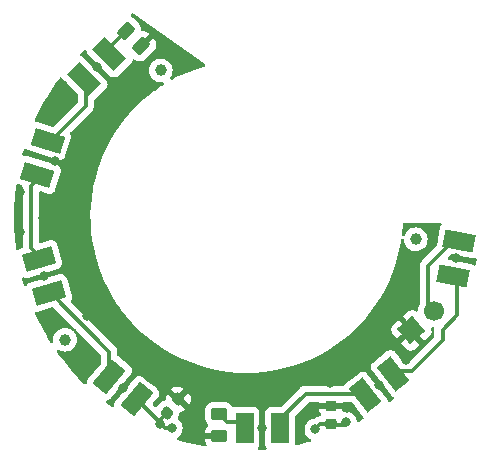
<source format=gbr>
G04 #@! TF.GenerationSoftware,KiCad,Pcbnew,7.0.2-6a45011f42~172~ubuntu22.04.1*
G04 #@! TF.CreationDate,2023-05-20T12:50:20-04:00*
G04 #@! TF.ProjectId,T36VAIllumination,54333656-4149-46c6-9c75-6d696e617469,1.3*
G04 #@! TF.SameCoordinates,Original*
G04 #@! TF.FileFunction,Copper,L1,Top*
G04 #@! TF.FilePolarity,Positive*
%FSLAX46Y46*%
G04 Gerber Fmt 4.6, Leading zero omitted, Abs format (unit mm)*
G04 Created by KiCad (PCBNEW 7.0.2-6a45011f42~172~ubuntu22.04.1) date 2023-05-20 12:50:20*
%MOMM*%
%LPD*%
G01*
G04 APERTURE LIST*
G04 Aperture macros list*
%AMRoundRect*
0 Rectangle with rounded corners*
0 $1 Rounding radius*
0 $2 $3 $4 $5 $6 $7 $8 $9 X,Y pos of 4 corners*
0 Add a 4 corners polygon primitive as box body*
4,1,4,$2,$3,$4,$5,$6,$7,$8,$9,$2,$3,0*
0 Add four circle primitives for the rounded corners*
1,1,$1+$1,$2,$3*
1,1,$1+$1,$4,$5*
1,1,$1+$1,$6,$7*
1,1,$1+$1,$8,$9*
0 Add four rect primitives between the rounded corners*
20,1,$1+$1,$2,$3,$4,$5,0*
20,1,$1+$1,$4,$5,$6,$7,0*
20,1,$1+$1,$6,$7,$8,$9,0*
20,1,$1+$1,$8,$9,$2,$3,0*%
%AMHorizOval*
0 Thick line with rounded ends*
0 $1 width*
0 $2 $3 position (X,Y) of the first rounded end (center of the circle)*
0 $4 $5 position (X,Y) of the second rounded end (center of the circle)*
0 Add line between two ends*
20,1,$1,$2,$3,$4,$5,0*
0 Add two circle primitives to create the rounded ends*
1,1,$1,$2,$3*
1,1,$1,$4,$5*%
%AMRotRect*
0 Rectangle, with rotation*
0 The origin of the aperture is its center*
0 $1 length*
0 $2 width*
0 $3 Rotation angle, in degrees counterclockwise*
0 Add horizontal line*
21,1,$1,$2,0,0,$3*%
G04 Aperture macros list end*
G04 #@! TA.AperFunction,ComponentPad*
%ADD10C,0.820000*%
G04 #@! TD*
G04 #@! TA.AperFunction,SMDPad,CuDef*
%ADD11RotRect,1.500000X2.600000X286.000000*%
G04 #@! TD*
G04 #@! TA.AperFunction,SMDPad,CuDef*
%ADD12RoundRect,0.225000X0.046884X-0.333057X0.336138X0.011663X-0.046884X0.333057X-0.336138X-0.011663X0*%
G04 #@! TD*
G04 #@! TA.AperFunction,SMDPad,CuDef*
%ADD13RotRect,1.500000X2.600000X38.000000*%
G04 #@! TD*
G04 #@! TA.AperFunction,SMDPad,CuDef*
%ADD14RoundRect,0.225000X0.250000X-0.225000X0.250000X0.225000X-0.250000X0.225000X-0.250000X-0.225000X0*%
G04 #@! TD*
G04 #@! TA.AperFunction,SMDPad,CuDef*
%ADD15RotRect,1.500000X2.600000X79.000000*%
G04 #@! TD*
G04 #@! TA.AperFunction,SMDPad,CuDef*
%ADD16RotRect,1.500000X2.600000X320.000000*%
G04 #@! TD*
G04 #@! TA.AperFunction,SMDPad,CuDef*
%ADD17RoundRect,0.250000X-0.450000X0.262500X-0.450000X-0.262500X0.450000X-0.262500X0.450000X0.262500X0*%
G04 #@! TD*
G04 #@! TA.AperFunction,SMDPad,CuDef*
%ADD18RotRect,1.500000X2.600000X225.000000*%
G04 #@! TD*
G04 #@! TA.AperFunction,SMDPad,CuDef*
%ADD19C,1.000000*%
G04 #@! TD*
G04 #@! TA.AperFunction,SMDPad,CuDef*
%ADD20R,1.500000X2.600000*%
G04 #@! TD*
G04 #@! TA.AperFunction,SMDPad,CuDef*
%ADD21RotRect,1.500000X2.600000X253.000000*%
G04 #@! TD*
G04 #@! TA.AperFunction,SMDPad,CuDef*
%ADD22RoundRect,0.250000X-0.503814X-0.132583X-0.132583X-0.503814X0.503814X0.132583X0.132583X0.503814X0*%
G04 #@! TD*
G04 #@! TA.AperFunction,ComponentPad*
%ADD23RotRect,1.700000X1.700000X310.000000*%
G04 #@! TD*
G04 #@! TA.AperFunction,ComponentPad*
%ADD24HorizOval,1.700000X0.000000X0.000000X0.000000X0.000000X0*%
G04 #@! TD*
G04 #@! TA.AperFunction,ViaPad*
%ADD25C,0.800000*%
G04 #@! TD*
G04 #@! TA.AperFunction,Conductor*
%ADD26C,0.350000*%
G04 #@! TD*
G04 #@! TA.AperFunction,Conductor*
%ADD27C,0.250000*%
G04 #@! TD*
G04 APERTURE END LIST*
D10*
G04 #@! TO.P,REF\u002A\u002A,1*
G04 #@! TO.N,GND*
X74275000Y-68240000D03*
G04 #@! TD*
G04 #@! TO.P,REF\u002A\u002A,1*
G04 #@! TO.N,GND*
X59775000Y-59040000D03*
G04 #@! TD*
G04 #@! TO.P,REF\u002A\u002A,1*
G04 #@! TO.N,GND*
X69025000Y-63290000D03*
G04 #@! TD*
G04 #@! TO.P,REF\u002A\u002A,1*
G04 #@! TO.N,GND*
X52475000Y-49640000D03*
G04 #@! TD*
G04 #@! TO.P,REF\u002A\u002A,1*
G04 #@! TO.N,GND*
X62675000Y-34840000D03*
G04 #@! TD*
G04 #@! TO.P,REF\u002A\u002A,1*
G04 #@! TO.N,GND*
X63775000Y-62040000D03*
G04 #@! TD*
G04 #@! TO.P,REF\u002A\u002A,1*
G04 #@! TO.N,GND*
X62775000Y-63940000D03*
G04 #@! TD*
G04 #@! TO.P,REF\u002A\u002A,1*
G04 #@! TO.N,GND*
X52575000Y-54540000D03*
G04 #@! TD*
D11*
G04 #@! TO.P,D2,1,K*
G04 #@! TO.N,Net-(D2-Pad1)*
X52161544Y-53098107D03*
G04 #@! TO.P,D2,2,A*
G04 #@! TO.N,Net-(D2-Pad2)*
X52988456Y-55981893D03*
G04 #@! TD*
D10*
G04 #@! TO.P,REF\u002A\u002A,1*
G04 #@! TO.N,GND*
X50575000Y-47440000D03*
G04 #@! TD*
D12*
G04 #@! TO.P,C1,1*
G04 #@! TO.N,VCC*
X62966840Y-66173684D03*
G04 #@! TO.P,C1,2*
G04 #@! TO.N,GND*
X63963160Y-64986316D03*
G04 #@! TD*
D13*
G04 #@! TO.P,D7,1,K*
G04 #@! TO.N,Net-(D6-Pad2)*
X79792984Y-64663492D03*
G04 #@! TO.P,D7,2,A*
G04 #@! TO.N,Net-(D1-Pad1)*
X82157016Y-62816508D03*
G04 #@! TD*
D10*
G04 #@! TO.P,REF\u002A\u002A,1*
G04 #@! TO.N,GND*
X57075000Y-36840000D03*
G04 #@! TD*
G04 #@! TO.P,REF\u002A\u002A,1*
G04 #@! TO.N,GND*
X50575000Y-50840000D03*
G04 #@! TD*
G04 #@! TO.P,REF\u002A\u002A,1*
G04 #@! TO.N,GND*
X57275000Y-55040000D03*
G04 #@! TD*
D14*
G04 #@! TO.P,C2,1*
G04 #@! TO.N,VCC*
X76875000Y-67115000D03*
G04 #@! TO.P,C2,2*
G04 #@! TO.N,GND*
X76875000Y-65565000D03*
G04 #@! TD*
D10*
G04 #@! TO.P,REF\u002A\u002A,1*
G04 #@! TO.N,GND*
X58275000Y-42040000D03*
G04 #@! TD*
G04 #@! TO.P,REF\u002A\u002A,1*
G04 #@! TO.N,GND*
X76825000Y-63640000D03*
G04 #@! TD*
G04 #@! TO.P,REF\u002A\u002A,1*
G04 #@! TO.N,GND*
X83275000Y-61640000D03*
G04 #@! TD*
G04 #@! TO.P,REF\u002A\u002A,1*
G04 #@! TO.N,GND*
X64785000Y-36440000D03*
G04 #@! TD*
G04 #@! TO.P,REF\u002A\u002A,1*
G04 #@! TO.N,GND*
X78275000Y-60290000D03*
G04 #@! TD*
G04 #@! TO.P,REF\u002A\u002A,1*
G04 #@! TO.N,GND*
X81525000Y-56540000D03*
G04 #@! TD*
D15*
G04 #@! TO.P,D1,1,K*
G04 #@! TO.N,Net-(D1-Pad1)*
X87188787Y-54512441D03*
G04 #@! TO.P,D1,2,A*
G04 #@! TO.N,VCC*
X87761213Y-51567559D03*
G04 #@! TD*
D10*
G04 #@! TO.P,REF\u002A\u002A,1*
G04 #@! TO.N,GND*
X80975000Y-63740000D03*
G04 #@! TD*
G04 #@! TO.P,REF\u002A\u002A,1*
G04 #@! TO.N,GND*
X60775000Y-39040000D03*
G04 #@! TD*
G04 #@! TO.P,REF\u002A\u002A,1*
G04 #@! TO.N,GND*
X56275000Y-57940000D03*
G04 #@! TD*
D16*
G04 #@! TO.P,D3,1,K*
G04 #@! TO.N,Net-(D2-Pad2)*
X58125933Y-63075819D03*
G04 #@! TO.P,D3,2,A*
G04 #@! TO.N,VCC*
X60424067Y-65004181D03*
G04 #@! TD*
D17*
G04 #@! TO.P,R2,1*
G04 #@! TO.N,Net-(D6-Pad1)*
X67415000Y-66267500D03*
G04 #@! TO.P,R2,2*
G04 #@! TO.N,GND*
X67415000Y-68092500D03*
G04 #@! TD*
D10*
G04 #@! TO.P,REF\u002A\u002A,1*
G04 #@! TO.N,GND*
X53525000Y-44840000D03*
G04 #@! TD*
G04 #@! TO.P,REF\u002A\u002A,1*
G04 #@! TO.N,GND*
X56025000Y-50040000D03*
G04 #@! TD*
G04 #@! TO.P,REF\u002A\u002A,1*
G04 #@! TO.N,GND*
X54175000Y-38340000D03*
G04 #@! TD*
G04 #@! TO.P,REF\u002A\u002A,1*
G04 #@! TO.N,GND*
X74025000Y-62540000D03*
G04 #@! TD*
G04 #@! TO.P,REF\u002A\u002A,1*
G04 #@! TO.N,GND*
X52675000Y-58140000D03*
G04 #@! TD*
G04 #@! TO.P,REF\u002A\u002A,1*
G04 #@! TO.N,GND*
X55275000Y-61840000D03*
G04 #@! TD*
D18*
G04 #@! TO.P,D4,1,K*
G04 #@! TO.N,Net-(D4-Pad1)*
X58135660Y-35779340D03*
G04 #@! TO.P,D4,2,A*
G04 #@! TO.N,Net-(D4-Pad2)*
X56014340Y-37900660D03*
G04 #@! TD*
D19*
G04 #@! TO.P,FID3,*
G04 #@! TO.N,*
X62475000Y-37140000D03*
G04 #@! TD*
G04 #@! TO.P,FID2,*
G04 #@! TO.N,*
X54375000Y-59940000D03*
G04 #@! TD*
D10*
G04 #@! TO.P,REF\u002A\u002A,1*
G04 #@! TO.N,GND*
X59275000Y-64040000D03*
G04 #@! TD*
G04 #@! TO.P,REF\u002A\u002A,1*
G04 #@! TO.N,GND*
X65565000Y-67410000D03*
G04 #@! TD*
D20*
G04 #@! TO.P,D6,1,K*
G04 #@! TO.N,Net-(D6-Pad1)*
X69575000Y-67440000D03*
G04 #@! TO.P,D6,2,A*
G04 #@! TO.N,Net-(D6-Pad2)*
X72575000Y-67440000D03*
G04 #@! TD*
D10*
G04 #@! TO.P,REF\u002A\u002A,1*
G04 #@! TO.N,GND*
X67375000Y-64590000D03*
G04 #@! TD*
D21*
G04 #@! TO.P,D5,1,K*
G04 #@! TO.N,Net-(D4-Pad2)*
X52913558Y-43105543D03*
G04 #@! TO.P,D5,2,A*
G04 #@! TO.N,Net-(D2-Pad1)*
X52036442Y-45974457D03*
G04 #@! TD*
D10*
G04 #@! TO.P,REF\u002A\u002A,1*
G04 #@! TO.N,GND*
X71075000Y-67440000D03*
G04 #@! TD*
G04 #@! TO.P,REF\u002A\u002A,1*
G04 #@! TO.N,GND*
X52475000Y-41240000D03*
G04 #@! TD*
G04 #@! TO.P,REF\u002A\u002A,1*
G04 #@! TO.N,GND*
X83035000Y-53180000D03*
G04 #@! TD*
D19*
G04 #@! TO.P,FID1,*
G04 #@! TO.N,*
X84075000Y-51440000D03*
G04 #@! TD*
D10*
G04 #@! TO.P,REF\u002A\u002A,1*
G04 #@! TO.N,GND*
X87475000Y-53040000D03*
G04 #@! TD*
G04 #@! TO.P,REF\u002A\u002A,1*
G04 #@! TO.N,GND*
X56775000Y-45290000D03*
G04 #@! TD*
D22*
G04 #@! TO.P,R1,1*
G04 #@! TO.N,Net-(D4-Pad1)*
X59529765Y-33794765D03*
G04 #@! TO.P,R1,2*
G04 #@! TO.N,GND*
X60820235Y-35085235D03*
G04 #@! TD*
D23*
G04 #@! TO.P,J1,1,Pin_1*
G04 #@! TO.N,GND*
X83698294Y-59159554D03*
D24*
G04 #@! TO.P,J1,2,Pin_2*
G04 #@! TO.N,VCC*
X85644047Y-57526873D03*
G04 #@! TD*
D25*
G04 #@! TO.N,VCC*
X63425000Y-67410000D03*
X78175000Y-66940000D03*
X62395000Y-67110000D03*
X75565000Y-67530000D03*
G04 #@! TO.N,GND*
X78275000Y-65740000D03*
X75415000Y-65730000D03*
G04 #@! TD*
D26*
G04 #@! TO.N,VCC*
X85075000Y-53740000D02*
X87247441Y-51567559D01*
X63425000Y-67410000D02*
X62829886Y-67410000D01*
X78175000Y-66940000D02*
X77975000Y-67140000D01*
X85644047Y-57526873D02*
X85075000Y-56957826D01*
X76900000Y-67140000D02*
X76875000Y-67115000D01*
X62395000Y-66745524D02*
X62395000Y-67110000D01*
X62966840Y-66173684D02*
X62395000Y-66745524D01*
X75980000Y-67115000D02*
X75565000Y-67530000D01*
X62829886Y-67410000D02*
X60424067Y-65004181D01*
X85075000Y-56957826D02*
X85075000Y-53740000D01*
X87247441Y-51567559D02*
X87761213Y-51567559D01*
X77975000Y-67140000D02*
X76900000Y-67140000D01*
X76875000Y-67115000D02*
X75980000Y-67115000D01*
G04 #@! TO.N,Net-(D2-Pad1)*
X51475000Y-52179340D02*
X51475000Y-46900660D01*
X51475000Y-46900660D02*
X52386771Y-45988889D01*
X52386771Y-53091111D02*
X51475000Y-52179340D01*
G04 #@! TO.N,Net-(D1-Pad1)*
X83749181Y-62575819D02*
X81924067Y-62575819D01*
X87555000Y-54657684D02*
X87555000Y-57870000D01*
X87188787Y-54512441D02*
X87409757Y-54512441D01*
X86335000Y-59090000D02*
X86335000Y-59990000D01*
X87555000Y-57870000D02*
X86335000Y-59090000D01*
X87409757Y-54512441D02*
X87555000Y-54657684D01*
X86335000Y-59990000D02*
X83749181Y-62575819D01*
G04 #@! TO.N,Net-(D2-Pad2)*
X58125933Y-60951593D02*
X53163229Y-55988889D01*
X58125933Y-63075819D02*
X58125933Y-60951593D01*
G04 #@! TO.N,Net-(D4-Pad1)*
X58235660Y-35879340D02*
X58235660Y-35088870D01*
X58235660Y-35088870D02*
X59529765Y-33794765D01*
G04 #@! TO.N,Net-(D6-Pad1)*
X69575000Y-67440000D02*
X69275000Y-67140000D01*
X67415000Y-66267500D02*
X68087500Y-66940000D01*
X69275000Y-67140000D02*
X69275000Y-66940000D01*
X68087500Y-66940000D02*
X69275000Y-66940000D01*
G04 #@! TO.N,GND*
X63821316Y-64986316D02*
X62775000Y-63940000D01*
X63963160Y-64986316D02*
X63821316Y-64986316D01*
D27*
X60820235Y-35085235D02*
X60820235Y-35079765D01*
D26*
X66247500Y-68092500D02*
X65565000Y-67410000D01*
X75415000Y-65730000D02*
X75575000Y-65570000D01*
X75575000Y-65570000D02*
X76870000Y-65570000D01*
X78100000Y-65565000D02*
X78275000Y-65740000D01*
X76875000Y-65565000D02*
X78100000Y-65565000D01*
X67415000Y-68092500D02*
X66247500Y-68092500D01*
X76870000Y-65570000D02*
X76875000Y-65565000D01*
D27*
X60820235Y-35079765D02*
X61800000Y-34100000D01*
D26*
G04 #@! TO.N,Net-(D4-Pad2)*
X56114340Y-40140000D02*
X56114340Y-38000660D01*
X53163229Y-43091111D02*
X56114340Y-40140000D01*
G04 #@! TO.N,Net-(D6-Pad2)*
X74760819Y-64504181D02*
X72575000Y-66690000D01*
X72575000Y-66690000D02*
X72575000Y-67440000D01*
X79625933Y-64504181D02*
X74760819Y-64504181D01*
G04 #@! TD*
G04 #@! TA.AperFunction,Conductor*
G04 #@! TO.N,GND*
G36*
X60229116Y-32325416D02*
G01*
X60229574Y-32325742D01*
X66187871Y-36594372D01*
X66231598Y-36650304D01*
X66238144Y-36720999D01*
X66205431Y-36784010D01*
X66148968Y-36817990D01*
X65814205Y-36913228D01*
X65786816Y-36921020D01*
X65785184Y-36921581D01*
X65785168Y-36921587D01*
X65107517Y-37154940D01*
X65107508Y-37154943D01*
X65105877Y-37155505D01*
X65104298Y-37156146D01*
X65104271Y-37156157D01*
X64440289Y-37426072D01*
X64440259Y-37426084D01*
X64438712Y-37426714D01*
X64437208Y-37427422D01*
X64437174Y-37427438D01*
X63788856Y-37733108D01*
X63788846Y-37733112D01*
X63787302Y-37733841D01*
X63785812Y-37734645D01*
X63785795Y-37734654D01*
X63443427Y-37919493D01*
X63373982Y-37934254D01*
X63307580Y-37909127D01*
X63265304Y-37852089D01*
X63260576Y-37781250D01*
X63286169Y-37728685D01*
X63291796Y-37721828D01*
X63310910Y-37698538D01*
X63403814Y-37524727D01*
X63461024Y-37336132D01*
X63480341Y-37140000D01*
X63461024Y-36943867D01*
X63403814Y-36755274D01*
X63403814Y-36755273D01*
X63310910Y-36581462D01*
X63185883Y-36429116D01*
X63033537Y-36304089D01*
X62859725Y-36211185D01*
X62671132Y-36153975D01*
X62475000Y-36134658D01*
X62278867Y-36153975D01*
X62090274Y-36211185D01*
X61916462Y-36304089D01*
X61764116Y-36429116D01*
X61639089Y-36581462D01*
X61546185Y-36755274D01*
X61488975Y-36943867D01*
X61469658Y-37140000D01*
X61488975Y-37336132D01*
X61546185Y-37524725D01*
X61639089Y-37698537D01*
X61764116Y-37850883D01*
X61902433Y-37964397D01*
X61916462Y-37975910D01*
X62090273Y-38068814D01*
X62184570Y-38097419D01*
X62278867Y-38126024D01*
X62474999Y-38145341D01*
X62474999Y-38145340D01*
X62475000Y-38145341D01*
X62538278Y-38139108D01*
X62602466Y-38132787D01*
X62672219Y-38146015D01*
X62723747Y-38194855D01*
X62740691Y-38263801D01*
X62717670Y-38330961D01*
X62680622Y-38365630D01*
X62540896Y-38451202D01*
X62540862Y-38451223D01*
X62539422Y-38452106D01*
X62538019Y-38453073D01*
X62537996Y-38453089D01*
X61948091Y-38860119D01*
X61948064Y-38860138D01*
X61946652Y-38861113D01*
X61945304Y-38862155D01*
X61945275Y-38862177D01*
X61378387Y-39300732D01*
X61378355Y-39300758D01*
X61377029Y-39301784D01*
X61375746Y-39302892D01*
X61375728Y-39302908D01*
X60833528Y-39771699D01*
X60833502Y-39771722D01*
X60832241Y-39772813D01*
X60831046Y-39773965D01*
X60831015Y-39773994D01*
X60315136Y-40271612D01*
X60315106Y-40271642D01*
X60313904Y-40272802D01*
X60312762Y-40274030D01*
X60312732Y-40274061D01*
X59824741Y-40798992D01*
X59824719Y-40799016D01*
X59823556Y-40800268D01*
X59822454Y-40801590D01*
X59822447Y-40801599D01*
X59363746Y-41352332D01*
X59363727Y-41352355D01*
X59362651Y-41353648D01*
X59361643Y-41355001D01*
X59361620Y-41355031D01*
X58933603Y-41929892D01*
X58933576Y-41929930D01*
X58932557Y-41931299D01*
X58931608Y-41932729D01*
X58931594Y-41932750D01*
X58535491Y-42530084D01*
X58535470Y-42530116D01*
X58534548Y-42531508D01*
X58533685Y-42532975D01*
X58533682Y-42532982D01*
X58170674Y-43151016D01*
X58170654Y-43151051D01*
X58169806Y-43152496D01*
X58169033Y-43153992D01*
X58169016Y-43154024D01*
X57840214Y-43790864D01*
X57840201Y-43790889D01*
X57839412Y-43792419D01*
X57838710Y-43793980D01*
X57838695Y-43794013D01*
X57545053Y-44447806D01*
X57544346Y-44449381D01*
X57543736Y-44450964D01*
X57543725Y-44450991D01*
X57303498Y-45074664D01*
X57285484Y-45121432D01*
X57284953Y-45123069D01*
X57284945Y-45123094D01*
X57064126Y-45804931D01*
X57064118Y-45804955D01*
X57063593Y-45806579D01*
X56879331Y-46502790D01*
X56878996Y-46504406D01*
X56878988Y-46504441D01*
X56775695Y-47003077D01*
X56733245Y-47208000D01*
X56732992Y-47209670D01*
X56732991Y-47209681D01*
X56638495Y-47835793D01*
X56625768Y-47920117D01*
X56625607Y-47921795D01*
X56625603Y-47921832D01*
X56557383Y-48635319D01*
X56557381Y-48635337D01*
X56557220Y-48637029D01*
X56557151Y-48638706D01*
X56557149Y-48638742D01*
X56527871Y-49354912D01*
X56527802Y-49356610D01*
X56527825Y-49358308D01*
X56527825Y-49358317D01*
X56537579Y-50075000D01*
X56537579Y-50075019D01*
X56537603Y-50076725D01*
X56537719Y-50078439D01*
X56537720Y-50078442D01*
X56582085Y-50729117D01*
X56586594Y-50795239D01*
X56586802Y-50796932D01*
X56586803Y-50796937D01*
X56674416Y-51508298D01*
X56674420Y-51508330D01*
X56674629Y-51510020D01*
X56674933Y-51511719D01*
X56674934Y-51511726D01*
X56801144Y-52217259D01*
X56801148Y-52217283D01*
X56801447Y-52218949D01*
X56801835Y-52220595D01*
X56801841Y-52220624D01*
X56966274Y-52918239D01*
X56966278Y-52918257D01*
X56966671Y-52919921D01*
X56967145Y-52921535D01*
X56967154Y-52921567D01*
X57158714Y-53573109D01*
X57169813Y-53610860D01*
X57170382Y-53612466D01*
X57170389Y-53612488D01*
X57331490Y-54067306D01*
X57410269Y-54289714D01*
X57410934Y-54291311D01*
X57410935Y-54291312D01*
X57572376Y-54678667D01*
X57687326Y-54954471D01*
X57688057Y-54955986D01*
X57688058Y-54955989D01*
X57972423Y-55545641D01*
X58000162Y-55603158D01*
X58000988Y-55604657D01*
X58000992Y-55604664D01*
X58332179Y-56205428D01*
X58347850Y-56233853D01*
X58729357Y-56844683D01*
X58805137Y-56952473D01*
X58989886Y-57215261D01*
X59143554Y-57433838D01*
X59144618Y-57435189D01*
X59144622Y-57435194D01*
X59568190Y-57972886D01*
X59589211Y-57999570D01*
X59590343Y-58000857D01*
X59590347Y-58000861D01*
X60063868Y-58538909D01*
X60063883Y-58538925D01*
X60065005Y-58540200D01*
X60066196Y-58541413D01*
X60066207Y-58541425D01*
X60358427Y-58839091D01*
X60569527Y-59054126D01*
X60570791Y-59055281D01*
X60570805Y-59055294D01*
X60927902Y-59381462D01*
X61101280Y-59539823D01*
X61102606Y-59540908D01*
X61102612Y-59540913D01*
X61204671Y-59624410D01*
X61658685Y-59995851D01*
X62240091Y-60420856D01*
X62843773Y-60813578D01*
X63467939Y-61172853D01*
X63771618Y-61326281D01*
X64109232Y-61496854D01*
X64109243Y-61496859D01*
X64110739Y-61497615D01*
X64770267Y-61786900D01*
X65444565Y-62039850D01*
X66131634Y-62255716D01*
X66829436Y-62433857D01*
X67535902Y-62573744D01*
X68248936Y-62674963D01*
X68966422Y-62737213D01*
X69686234Y-62760310D01*
X70406235Y-62744185D01*
X71124291Y-62688887D01*
X71838272Y-62594578D01*
X72546059Y-62461540D01*
X73245554Y-62290166D01*
X73934681Y-62080964D01*
X74611398Y-61834556D01*
X75273696Y-61551672D01*
X75919611Y-61233151D01*
X76547228Y-60879938D01*
X77154685Y-60493081D01*
X77740179Y-60073727D01*
X78301976Y-59623119D01*
X78838407Y-59142595D01*
X79347883Y-58633579D01*
X79828891Y-58097582D01*
X80280006Y-57536193D01*
X80699889Y-56951078D01*
X81087295Y-56343971D01*
X81441074Y-55716673D01*
X81760178Y-55071046D01*
X82043661Y-54409003D01*
X82290680Y-53732510D01*
X82500503Y-53043571D01*
X82672509Y-52344232D01*
X82806187Y-51636565D01*
X82825123Y-51494195D01*
X82853932Y-51429308D01*
X82913249Y-51390295D01*
X82984242Y-51389544D01*
X83044370Y-51427295D01*
X83074544Y-51491560D01*
X83075416Y-51498459D01*
X83088975Y-51636132D01*
X83146185Y-51824725D01*
X83239089Y-51998537D01*
X83364116Y-52150883D01*
X83467760Y-52235941D01*
X83516462Y-52275910D01*
X83690273Y-52368814D01*
X83784570Y-52397419D01*
X83878867Y-52426024D01*
X84075000Y-52445341D01*
X84271132Y-52426024D01*
X84459727Y-52368814D01*
X84633538Y-52275910D01*
X84785883Y-52150883D01*
X84910910Y-51998538D01*
X85003814Y-51824727D01*
X85061024Y-51636132D01*
X85080341Y-51440000D01*
X85061024Y-51243868D01*
X85003814Y-51055273D01*
X84910910Y-50881462D01*
X84841542Y-50796937D01*
X84785883Y-50729116D01*
X84633537Y-50604089D01*
X84459725Y-50511185D01*
X84271132Y-50453975D01*
X84075000Y-50434658D01*
X83878867Y-50453975D01*
X83690274Y-50511185D01*
X83516462Y-50604089D01*
X83364116Y-50729116D01*
X83239089Y-50881462D01*
X83146185Y-51055273D01*
X83128138Y-51114766D01*
X83089222Y-51174147D01*
X83024381Y-51203062D01*
X82954200Y-51192330D01*
X82900962Y-51145360D01*
X82881569Y-51077063D01*
X82882663Y-51061584D01*
X82901140Y-50922670D01*
X82957087Y-50204664D01*
X82958040Y-50163575D01*
X82979619Y-50095937D01*
X83034339Y-50050702D01*
X83084007Y-50040500D01*
X86143230Y-50040500D01*
X86211351Y-50060502D01*
X86257844Y-50114158D01*
X86267948Y-50184432D01*
X86238454Y-50249012D01*
X86233476Y-50254101D01*
X86156275Y-50380305D01*
X86139318Y-50435303D01*
X86139315Y-50435314D01*
X86138328Y-50438516D01*
X86137687Y-50441810D01*
X86137686Y-50441817D01*
X85838879Y-51979041D01*
X85806246Y-52042094D01*
X85804289Y-52044094D01*
X84608995Y-53239388D01*
X84603455Y-53244604D01*
X84559634Y-53283427D01*
X84526385Y-53331596D01*
X84521876Y-53337724D01*
X84485776Y-53383803D01*
X84481903Y-53392408D01*
X84470710Y-53412254D01*
X84465346Y-53420025D01*
X84444588Y-53474759D01*
X84441677Y-53481787D01*
X84417656Y-53535159D01*
X84415956Y-53544439D01*
X84409834Y-53566398D01*
X84406487Y-53575223D01*
X84399430Y-53633336D01*
X84398285Y-53640857D01*
X84387735Y-53698426D01*
X84391270Y-53756850D01*
X84391500Y-53764458D01*
X84391500Y-56933365D01*
X84391270Y-56940975D01*
X84388414Y-56988176D01*
X84378032Y-57031178D01*
X84354752Y-57084252D01*
X84299483Y-57302505D01*
X84287501Y-57447102D01*
X84261941Y-57513338D01*
X84204629Y-57555241D01*
X84133761Y-57559507D01*
X84099798Y-57546311D01*
X83990023Y-57484087D01*
X83847794Y-57450776D01*
X83701938Y-57458884D01*
X83564277Y-57507755D01*
X83516543Y-57539787D01*
X83511165Y-57543830D01*
X83019963Y-57955996D01*
X83019963Y-57955997D01*
X83615938Y-58666253D01*
X83555979Y-58674874D01*
X83425194Y-58734602D01*
X83316533Y-58828756D01*
X83238801Y-58949710D01*
X83226317Y-58992226D01*
X82630813Y-58282533D01*
X82630812Y-58282533D01*
X82139615Y-58694697D01*
X82134689Y-58699301D01*
X82094860Y-58740744D01*
X82022827Y-58867825D01*
X81989516Y-59010053D01*
X81997624Y-59155909D01*
X82046495Y-59293570D01*
X82078527Y-59341304D01*
X82082570Y-59346682D01*
X82494736Y-59837883D01*
X82494737Y-59837883D01*
X83202083Y-59244349D01*
X83238801Y-59369398D01*
X83316533Y-59490352D01*
X83425194Y-59584506D01*
X83529977Y-59632359D01*
X82821273Y-60227033D01*
X82821273Y-60227034D01*
X83233437Y-60718232D01*
X83238041Y-60723158D01*
X83279484Y-60762987D01*
X83406565Y-60835020D01*
X83548793Y-60868331D01*
X83694649Y-60860223D01*
X83832310Y-60811352D01*
X83880044Y-60779320D01*
X83885422Y-60775277D01*
X84376623Y-60363110D01*
X84376623Y-60363109D01*
X83780649Y-59652854D01*
X83840609Y-59644234D01*
X83971394Y-59584506D01*
X84080055Y-59490352D01*
X84157787Y-59369398D01*
X84170271Y-59326880D01*
X84765773Y-60036573D01*
X84765774Y-60036573D01*
X85256972Y-59624410D01*
X85261898Y-59619806D01*
X85301727Y-59578363D01*
X85373760Y-59451282D01*
X85402820Y-59327207D01*
X85437829Y-59265442D01*
X85442104Y-59263194D01*
X85404604Y-59204843D01*
X85399694Y-59176339D01*
X85398963Y-59163199D01*
X85357367Y-59046029D01*
X85353427Y-58975141D01*
X85388437Y-58913377D01*
X85451281Y-58880345D01*
X85496846Y-58879594D01*
X85501347Y-58880345D01*
X85541777Y-58887092D01*
X85541333Y-58889749D01*
X85594549Y-58905375D01*
X85641042Y-58959031D01*
X85651146Y-59029305D01*
X85650364Y-59034084D01*
X85647735Y-59048426D01*
X85651270Y-59106850D01*
X85651500Y-59114458D01*
X85651500Y-59169345D01*
X85631498Y-59237466D01*
X85602459Y-59262627D01*
X85627553Y-59282041D01*
X85651306Y-59348946D01*
X85651500Y-59355940D01*
X85651500Y-59654694D01*
X85631498Y-59722815D01*
X85614595Y-59743789D01*
X83502971Y-61855414D01*
X83440659Y-61889439D01*
X83413876Y-61892319D01*
X83093474Y-61892319D01*
X83025353Y-61872317D01*
X82994185Y-61843892D01*
X82320505Y-60981622D01*
X82318423Y-60978957D01*
X82316069Y-60976531D01*
X82316063Y-60976524D01*
X82276007Y-60935241D01*
X82151390Y-60858741D01*
X82010272Y-60820448D01*
X81864080Y-60823463D01*
X81724661Y-60867543D01*
X81675791Y-60897920D01*
X81675785Y-60897923D01*
X81672928Y-60899700D01*
X81670271Y-60901775D01*
X81670265Y-60901780D01*
X80416922Y-61880998D01*
X80416912Y-61881006D01*
X80414257Y-61883081D01*
X80411841Y-61885424D01*
X80411824Y-61885440D01*
X80370541Y-61925496D01*
X80294041Y-62050113D01*
X80255748Y-62191231D01*
X80258763Y-62337423D01*
X80302843Y-62476843D01*
X80302844Y-62476844D01*
X80335000Y-62528577D01*
X81475863Y-63988815D01*
X81946839Y-64591637D01*
X81995609Y-64654059D01*
X81997961Y-64656483D01*
X81997968Y-64656491D01*
X82038024Y-64697774D01*
X82038026Y-64697775D01*
X82138073Y-64759192D01*
X82185662Y-64811876D01*
X82197214Y-64881926D01*
X82169060Y-64947102D01*
X82151918Y-64964109D01*
X81970709Y-65112300D01*
X81966278Y-65115762D01*
X81878911Y-65180928D01*
X81812348Y-65205623D01*
X81743000Y-65190412D01*
X81692885Y-65140122D01*
X81683439Y-65117913D01*
X81647156Y-65003156D01*
X81630597Y-64976516D01*
X81615000Y-64951423D01*
X79954391Y-62825941D01*
X79952037Y-62823515D01*
X79952031Y-62823508D01*
X79911975Y-62782225D01*
X79787358Y-62705725D01*
X79646240Y-62667432D01*
X79500048Y-62670447D01*
X79360629Y-62714527D01*
X79311759Y-62744904D01*
X79311753Y-62744907D01*
X79308896Y-62746684D01*
X79306239Y-62748759D01*
X79306233Y-62748764D01*
X78052890Y-63727982D01*
X78052880Y-63727990D01*
X78050225Y-63730065D01*
X78047809Y-63732408D01*
X78047792Y-63732424D01*
X77995151Y-63783502D01*
X77992021Y-63780276D01*
X77961093Y-63808202D01*
X77906422Y-63820681D01*
X74785278Y-63820681D01*
X74777670Y-63820451D01*
X74719245Y-63816916D01*
X74661676Y-63827466D01*
X74654155Y-63828611D01*
X74596042Y-63835668D01*
X74587217Y-63839015D01*
X74565259Y-63845136D01*
X74563441Y-63845469D01*
X74555978Y-63846837D01*
X74502606Y-63870858D01*
X74495578Y-63873769D01*
X74440844Y-63894527D01*
X74433073Y-63899891D01*
X74413227Y-63911084D01*
X74404622Y-63914957D01*
X74358543Y-63951057D01*
X74352415Y-63955566D01*
X74304246Y-63988815D01*
X74265423Y-64032636D01*
X74260207Y-64038176D01*
X72703788Y-65594596D01*
X72641478Y-65628620D01*
X72614695Y-65631500D01*
X71776362Y-65631500D01*
X71773013Y-65631859D01*
X71773013Y-65631860D01*
X71715799Y-65638011D01*
X71578794Y-65689111D01*
X71461738Y-65776738D01*
X71374111Y-65893794D01*
X71329767Y-66012685D01*
X71323011Y-66030799D01*
X71316500Y-66091362D01*
X71316500Y-68788638D01*
X71322144Y-68841141D01*
X71323011Y-68849200D01*
X71374111Y-68986205D01*
X71415691Y-69041750D01*
X71440501Y-69108270D01*
X71425409Y-69177644D01*
X71375207Y-69227846D01*
X71322479Y-69243025D01*
X70819929Y-69273622D01*
X70750719Y-69257797D01*
X70701051Y-69207066D01*
X70686695Y-69137536D01*
X70711404Y-69072345D01*
X70715332Y-69067098D01*
X70775889Y-68986204D01*
X70826989Y-68849201D01*
X70833500Y-68788638D01*
X70833500Y-66091362D01*
X70826989Y-66030799D01*
X70775889Y-65893796D01*
X70775888Y-65893794D01*
X70688261Y-65776738D01*
X70571205Y-65689111D01*
X70502702Y-65663561D01*
X70434201Y-65638011D01*
X70373638Y-65631500D01*
X68776362Y-65631500D01*
X68773013Y-65631859D01*
X68773013Y-65631860D01*
X68715799Y-65638011D01*
X68661555Y-65658243D01*
X68590739Y-65663307D01*
X68528427Y-65629282D01*
X68510282Y-65606334D01*
X68498090Y-65586568D01*
X68464030Y-65531348D01*
X68464028Y-65531346D01*
X68464027Y-65531344D01*
X68338655Y-65405972D01*
X68314722Y-65391210D01*
X68187738Y-65312885D01*
X68019426Y-65257113D01*
X68019423Y-65257112D01*
X68019421Y-65257112D01*
X67918746Y-65246826D01*
X67918725Y-65246824D01*
X67915545Y-65246500D01*
X67912339Y-65246500D01*
X66917661Y-65246500D01*
X66917641Y-65246500D01*
X66914456Y-65246501D01*
X66911279Y-65246825D01*
X66911270Y-65246826D01*
X66810573Y-65257113D01*
X66642262Y-65312885D01*
X66491344Y-65405972D01*
X66365972Y-65531344D01*
X66326959Y-65594595D01*
X66272885Y-65682262D01*
X66217330Y-65849920D01*
X66217112Y-65850578D01*
X66206826Y-65951253D01*
X66206824Y-65951275D01*
X66206500Y-65954455D01*
X66206500Y-65957659D01*
X66206500Y-65957660D01*
X66206500Y-66577338D01*
X66206500Y-66577357D01*
X66206501Y-66580544D01*
X66206825Y-66583721D01*
X66206826Y-66583729D01*
X66210417Y-66618882D01*
X66217113Y-66684426D01*
X66272885Y-66852738D01*
X66365970Y-67003652D01*
X66453577Y-67091259D01*
X66487601Y-67153569D01*
X66482537Y-67224385D01*
X66453577Y-67269448D01*
X66366366Y-67356659D01*
X66273340Y-67507477D01*
X66217606Y-67675672D01*
X66207325Y-67776307D01*
X66207000Y-67782697D01*
X66207000Y-67838500D01*
X67543000Y-67838500D01*
X67611121Y-67858502D01*
X67657614Y-67912158D01*
X67669000Y-67964500D01*
X67669000Y-68220500D01*
X67648998Y-68288621D01*
X67595342Y-68335114D01*
X67543000Y-68346500D01*
X66207000Y-68346500D01*
X66207000Y-68402302D01*
X66207325Y-68408692D01*
X66217606Y-68509327D01*
X66273341Y-68677524D01*
X66339337Y-68784521D01*
X66358074Y-68853000D01*
X66336814Y-68920739D01*
X66282307Y-68966230D01*
X66211858Y-68975031D01*
X66211736Y-68975011D01*
X66173175Y-68968697D01*
X66167650Y-68967665D01*
X65310006Y-68787632D01*
X65304531Y-68786355D01*
X64455753Y-68568241D01*
X64450341Y-68566721D01*
X63937419Y-68410216D01*
X63878101Y-68371204D01*
X63849291Y-68306316D01*
X63860136Y-68236152D01*
X63900128Y-68187766D01*
X64036253Y-68088866D01*
X64164040Y-67946944D01*
X64259527Y-67781556D01*
X64318542Y-67599928D01*
X64338504Y-67410000D01*
X64318542Y-67220072D01*
X64259527Y-67038444D01*
X64259527Y-67038443D01*
X64164041Y-66873057D01*
X64100146Y-66802094D01*
X64036253Y-66731134D01*
X64036252Y-66731133D01*
X63979840Y-66690147D01*
X63936486Y-66633924D01*
X63930411Y-66563188D01*
X63949650Y-66517445D01*
X63953001Y-66512510D01*
X64016308Y-66353157D01*
X64041159Y-66183499D01*
X64040762Y-66178964D01*
X64054752Y-66109361D01*
X64104151Y-66058369D01*
X64155305Y-66042464D01*
X64159281Y-66042116D01*
X64321929Y-65988220D01*
X64467773Y-65898262D01*
X64537850Y-65830193D01*
X64542230Y-65825483D01*
X64552913Y-65812751D01*
X63994467Y-65344159D01*
X63530695Y-64955008D01*
X64321003Y-64955008D01*
X64879448Y-65423600D01*
X64879449Y-65423600D01*
X64890141Y-65410859D01*
X64894008Y-65405743D01*
X64948878Y-65324904D01*
X65012141Y-65165659D01*
X65036975Y-64996117D01*
X65022041Y-64825415D01*
X64968144Y-64662765D01*
X64878190Y-64516925D01*
X64810111Y-64446838D01*
X64805423Y-64442479D01*
X64773525Y-64415713D01*
X64773524Y-64415713D01*
X64321003Y-64955007D01*
X64321003Y-64955008D01*
X63530695Y-64955008D01*
X63046869Y-64549030D01*
X63036181Y-64561768D01*
X63032313Y-64566886D01*
X62977441Y-64647727D01*
X62914178Y-64806972D01*
X62889344Y-64976516D01*
X62889692Y-64980495D01*
X62875701Y-65050099D01*
X62826300Y-65101090D01*
X62775158Y-65116993D01*
X62770625Y-65117389D01*
X62694616Y-65142576D01*
X62607856Y-65171325D01*
X62607854Y-65171325D01*
X62607854Y-65171326D01*
X62461915Y-65261342D01*
X62391775Y-65329471D01*
X62391766Y-65329480D01*
X62389477Y-65331704D01*
X62387432Y-65334140D01*
X62387407Y-65334168D01*
X62171590Y-65591369D01*
X62112481Y-65630696D01*
X62041493Y-65631822D01*
X61985974Y-65599473D01*
X61840023Y-65453522D01*
X61805997Y-65391210D01*
X61811062Y-65320395D01*
X61832592Y-65283443D01*
X62255022Y-64780013D01*
X62288963Y-64729433D01*
X62337882Y-64591637D01*
X62345998Y-64445640D01*
X62312653Y-64303270D01*
X62240549Y-64176061D01*
X62224997Y-64159879D01*
X63373406Y-64159879D01*
X63931851Y-64628471D01*
X63931852Y-64628471D01*
X64384374Y-64089176D01*
X64352479Y-64062412D01*
X64347369Y-64058551D01*
X64266526Y-64003679D01*
X64107282Y-63940416D01*
X63937739Y-63915581D01*
X63767038Y-63930515D01*
X63604390Y-63984411D01*
X63458546Y-64074369D01*
X63388471Y-64142435D01*
X63384088Y-64147149D01*
X63373406Y-64159879D01*
X62224997Y-64159879D01*
X62200681Y-64134578D01*
X62200673Y-64134571D01*
X62198341Y-64132144D01*
X62129487Y-64074369D01*
X61431112Y-63488363D01*
X60974756Y-63105435D01*
X60924177Y-63071494D01*
X60786380Y-63022575D01*
X60640383Y-63014459D01*
X60640382Y-63014459D01*
X60640380Y-63014459D01*
X60498011Y-63047802D01*
X60370807Y-63119905D01*
X60329318Y-63159780D01*
X60329313Y-63159784D01*
X60326888Y-63162116D01*
X60324727Y-63164690D01*
X60324717Y-63164702D01*
X58595276Y-65225769D01*
X58595268Y-65225779D01*
X58593112Y-65228349D01*
X58591244Y-65231132D01*
X58591234Y-65231146D01*
X58559170Y-65278930D01*
X58510252Y-65416722D01*
X58510251Y-65416725D01*
X58510252Y-65416725D01*
X58505541Y-65501481D01*
X58504530Y-65519663D01*
X58480777Y-65586568D01*
X58424624Y-65630011D01*
X58353897Y-65636199D01*
X58306700Y-65616054D01*
X58142244Y-65501481D01*
X58137705Y-65498166D01*
X57863023Y-65287999D01*
X57821076Y-65230719D01*
X57816756Y-65159854D01*
X57851434Y-65097903D01*
X57910853Y-65065251D01*
X58051987Y-65032197D01*
X58179195Y-64960093D01*
X58223112Y-64917884D01*
X59956888Y-62851651D01*
X59990829Y-62801071D01*
X60039748Y-62663275D01*
X60047864Y-62517278D01*
X60014519Y-62374908D01*
X59942415Y-62247699D01*
X59940362Y-62245563D01*
X59902547Y-62206216D01*
X59902539Y-62206209D01*
X59900207Y-62203782D01*
X59885250Y-62191232D01*
X58854442Y-61326281D01*
X58815115Y-61267171D01*
X58809433Y-61229759D01*
X58809433Y-60976051D01*
X58809663Y-60968443D01*
X58813197Y-60910021D01*
X58805557Y-60868331D01*
X58802644Y-60852441D01*
X58801500Y-60844917D01*
X58794446Y-60786818D01*
X58791101Y-60777999D01*
X58784975Y-60756024D01*
X58783277Y-60746757D01*
X58772164Y-60722065D01*
X58759247Y-60693366D01*
X58756343Y-60686353D01*
X58735587Y-60631621D01*
X58730231Y-60623862D01*
X58719025Y-60603993D01*
X58715156Y-60595396D01*
X58679055Y-60549316D01*
X58674558Y-60543206D01*
X58641298Y-60495020D01*
X58597476Y-60456197D01*
X58591935Y-60450980D01*
X54902989Y-56762034D01*
X54868963Y-56699722D01*
X54874028Y-56628907D01*
X54891696Y-56596793D01*
X54894141Y-56593571D01*
X54946110Y-56456895D01*
X54957467Y-56311115D01*
X54947032Y-56251103D01*
X54506763Y-54715703D01*
X54505492Y-54712579D01*
X54505487Y-54712564D01*
X54483812Y-54659283D01*
X54465474Y-54634460D01*
X54396927Y-54541670D01*
X54396928Y-54541670D01*
X54396926Y-54541668D01*
X54280430Y-54453302D01*
X54280429Y-54453301D01*
X54163925Y-54409003D01*
X54143751Y-54401332D01*
X53997972Y-54389974D01*
X53941289Y-54399831D01*
X53941286Y-54399831D01*
X53937960Y-54400410D01*
X53934718Y-54401339D01*
X53934712Y-54401341D01*
X51348416Y-55142949D01*
X51348402Y-55142953D01*
X51345172Y-55143880D01*
X51342064Y-55145144D01*
X51342033Y-55145155D01*
X51288752Y-55166830D01*
X51171137Y-55253716D01*
X51113123Y-55330199D01*
X51056019Y-55372385D01*
X50985172Y-55377000D01*
X50923077Y-55342580D01*
X50892107Y-55290446D01*
X50751626Y-54824793D01*
X50750127Y-54819390D01*
X50742859Y-54790733D01*
X50745500Y-54719786D01*
X50786080Y-54661529D01*
X50851713Y-54634460D01*
X50909769Y-54641983D01*
X51006247Y-54678667D01*
X51078765Y-54684317D01*
X51152027Y-54690025D01*
X51152027Y-54690024D01*
X51152028Y-54690025D01*
X51212040Y-54679590D01*
X53804828Y-53936120D01*
X53807957Y-53934846D01*
X53807966Y-53934844D01*
X53845220Y-53919688D01*
X53861250Y-53913168D01*
X53978861Y-53826284D01*
X54067229Y-53709785D01*
X54119198Y-53573109D01*
X54130555Y-53427329D01*
X54120120Y-53367317D01*
X53679851Y-51831917D01*
X53678580Y-51828793D01*
X53678575Y-51828778D01*
X53656900Y-51775497D01*
X53633057Y-51743222D01*
X53570015Y-51657884D01*
X53570016Y-51657884D01*
X53570014Y-51657882D01*
X53453518Y-51569516D01*
X53453517Y-51569515D01*
X53354939Y-51532033D01*
X53316839Y-51517546D01*
X53171060Y-51506188D01*
X53114377Y-51516045D01*
X53114374Y-51516045D01*
X53111048Y-51516624D01*
X53107806Y-51517553D01*
X53107800Y-51517555D01*
X52319230Y-51743673D01*
X52248235Y-51743222D01*
X52188754Y-51704460D01*
X52159671Y-51639694D01*
X52158500Y-51622554D01*
X52158500Y-47498055D01*
X52178502Y-47429934D01*
X52232158Y-47383441D01*
X52302432Y-47373337D01*
X52321338Y-47377560D01*
X52958201Y-47572270D01*
X53018021Y-47583751D01*
X53018021Y-47583750D01*
X53018022Y-47583751D01*
X53026332Y-47583249D01*
X53163978Y-47574939D01*
X53301540Y-47525364D01*
X53419564Y-47439042D01*
X53508487Y-47322966D01*
X53532420Y-47266953D01*
X53999418Y-45739470D01*
X54010899Y-45679650D01*
X54002087Y-45533693D01*
X53952512Y-45396131D01*
X53866190Y-45278107D01*
X53750114Y-45189184D01*
X53750113Y-45189183D01*
X53697198Y-45166574D01*
X53697193Y-45166572D01*
X53694101Y-45165251D01*
X53690896Y-45164271D01*
X53690882Y-45164266D01*
X51117919Y-44377633D01*
X51117913Y-44377631D01*
X51114683Y-44376644D01*
X51111372Y-44376008D01*
X51111366Y-44376007D01*
X51054861Y-44365162D01*
X50914605Y-44373630D01*
X50908906Y-44373975D01*
X50908905Y-44373975D01*
X50892478Y-44374967D01*
X50823275Y-44359107D01*
X50773633Y-44308350D01*
X50759313Y-44238813D01*
X50764040Y-44213522D01*
X50870431Y-43853131D01*
X50908900Y-43793463D01*
X50973524Y-43764065D01*
X51043783Y-43774271D01*
X51067390Y-43793536D01*
X51069429Y-43790876D01*
X51083809Y-43801892D01*
X51083810Y-43801893D01*
X51199886Y-43890816D01*
X51255899Y-43914749D01*
X51259114Y-43915732D01*
X51259117Y-43915733D01*
X52062560Y-44161370D01*
X53835317Y-44703356D01*
X53895137Y-44714837D01*
X53895137Y-44714836D01*
X53895138Y-44714837D01*
X53903448Y-44714335D01*
X54041094Y-44706025D01*
X54178656Y-44656450D01*
X54296680Y-44570128D01*
X54385603Y-44454052D01*
X54409536Y-44398039D01*
X54876534Y-42870556D01*
X54888015Y-42810736D01*
X54879203Y-42664779D01*
X54829628Y-42527217D01*
X54829627Y-42527216D01*
X54823486Y-42510174D01*
X54826327Y-42509149D01*
X54811886Y-42469082D01*
X54827745Y-42399879D01*
X54848558Y-42372395D01*
X56580365Y-40640588D01*
X56585872Y-40635404D01*
X56629705Y-40596573D01*
X56662961Y-40548391D01*
X56667452Y-40542288D01*
X56703563Y-40496197D01*
X56707434Y-40487594D01*
X56718636Y-40467732D01*
X56723994Y-40459971D01*
X56744755Y-40405224D01*
X56747650Y-40398234D01*
X56771684Y-40344837D01*
X56773382Y-40335567D01*
X56779510Y-40313587D01*
X56782852Y-40304776D01*
X56782851Y-40304776D01*
X56782853Y-40304774D01*
X56789911Y-40246639D01*
X56791052Y-40239148D01*
X56801604Y-40181572D01*
X56798069Y-40123147D01*
X56797839Y-40115537D01*
X56797839Y-39726951D01*
X56817841Y-39658834D01*
X56834739Y-39637865D01*
X57857865Y-38614740D01*
X57896085Y-38567312D01*
X57956828Y-38434303D01*
X57977638Y-38289569D01*
X57976022Y-38278333D01*
X57964020Y-38194855D01*
X57956828Y-38144835D01*
X57896085Y-38011826D01*
X57857865Y-37964397D01*
X55950603Y-36057135D01*
X55903174Y-36018915D01*
X55770165Y-35958172D01*
X55770163Y-35958171D01*
X55770162Y-35958171D01*
X55721633Y-35951193D01*
X55657053Y-35921699D01*
X55618670Y-35861972D01*
X55618672Y-35790975D01*
X55649802Y-35738056D01*
X55971104Y-35411885D01*
X56033156Y-35377394D01*
X56104007Y-35381927D01*
X56161162Y-35424045D01*
X56185581Y-35482376D01*
X56193171Y-35535162D01*
X56193171Y-35535163D01*
X56193172Y-35535165D01*
X56253915Y-35668174D01*
X56292135Y-35715603D01*
X58199397Y-37622865D01*
X58246826Y-37661085D01*
X58379835Y-37721828D01*
X58524569Y-37742638D01*
X58669303Y-37721828D01*
X58802312Y-37661085D01*
X58849740Y-37622865D01*
X59979185Y-36493420D01*
X60017405Y-36445992D01*
X60078148Y-36312983D01*
X60078148Y-36312980D01*
X60085673Y-36296504D01*
X60086611Y-36296932D01*
X60107119Y-36252027D01*
X60166844Y-36213642D01*
X60237841Y-36213641D01*
X60258892Y-36221940D01*
X60426638Y-36306184D01*
X60599052Y-36347049D01*
X60776253Y-36347049D01*
X60948666Y-36306184D01*
X61107016Y-36226659D01*
X61185433Y-36162780D01*
X61190197Y-36158477D01*
X61893477Y-35455197D01*
X61897780Y-35450433D01*
X61961659Y-35372016D01*
X62041184Y-35213666D01*
X62082048Y-35041252D01*
X62082048Y-34864052D01*
X62041184Y-34691638D01*
X61961659Y-34533288D01*
X61897783Y-34454875D01*
X61893479Y-34450108D01*
X61854025Y-34410654D01*
X61854024Y-34410654D01*
X60909329Y-35355349D01*
X60847017Y-35389375D01*
X60776202Y-35384310D01*
X60731139Y-35355349D01*
X60550120Y-35174330D01*
X60516094Y-35112018D01*
X60521159Y-35041203D01*
X60550120Y-34996140D01*
X61494815Y-34051445D01*
X61455352Y-34011983D01*
X61450598Y-34007689D01*
X61372181Y-33943810D01*
X61213831Y-33864285D01*
X61041418Y-33823421D01*
X60918079Y-33823421D01*
X60849958Y-33803419D01*
X60803465Y-33749763D01*
X60792079Y-33697421D01*
X60792079Y-33573529D01*
X60776479Y-33507707D01*
X60751188Y-33400993D01*
X60671610Y-33242542D01*
X60605660Y-33161583D01*
X60162947Y-32718872D01*
X60081988Y-32652920D01*
X59987764Y-32605598D01*
X59935867Y-32557151D01*
X59918400Y-32488336D01*
X59940911Y-32421003D01*
X59981137Y-32383985D01*
X60093021Y-32319150D01*
X60161987Y-32302302D01*
X60229116Y-32325416D01*
G37*
G04 #@! TD.AperFunction*
G04 #@! TA.AperFunction,Conductor*
G36*
X75834121Y-65207683D02*
G01*
X75880614Y-65261339D01*
X75891254Y-65310255D01*
X75891999Y-65311000D01*
X77858001Y-65311000D01*
X77859114Y-65309886D01*
X77878002Y-65245560D01*
X77931658Y-65199067D01*
X77984000Y-65187681D01*
X78544012Y-65187681D01*
X78612133Y-65207683D01*
X78643301Y-65236108D01*
X79629495Y-66498379D01*
X79629501Y-66498386D01*
X79631577Y-66501043D01*
X79633926Y-66503464D01*
X79635553Y-66505331D01*
X79665223Y-66569831D01*
X79655312Y-66640132D01*
X79608966Y-66693915D01*
X79601736Y-66698253D01*
X79259379Y-66888411D01*
X79190116Y-66904003D01*
X79123418Y-66879672D01*
X79080463Y-66823144D01*
X79072889Y-66791439D01*
X79068542Y-66750072D01*
X79026766Y-66621500D01*
X79009527Y-66568443D01*
X78914041Y-66403057D01*
X78786252Y-66261133D01*
X78631753Y-66148883D01*
X78631752Y-66148882D01*
X78457288Y-66071206D01*
X78270487Y-66031500D01*
X78079513Y-66031500D01*
X78039296Y-66040048D01*
X78002079Y-66047959D01*
X77931289Y-66042557D01*
X77874656Y-65999740D01*
X77850163Y-65933102D01*
X77850536Y-65911905D01*
X77857673Y-65842045D01*
X77858000Y-65835638D01*
X77858000Y-65819000D01*
X75892000Y-65819000D01*
X75892000Y-65835638D01*
X75892325Y-65842028D01*
X75902256Y-65939238D01*
X75956152Y-66101884D01*
X76038201Y-66234906D01*
X76056938Y-66303386D01*
X76035679Y-66371124D01*
X75981172Y-66416616D01*
X75952870Y-66421671D01*
X75953476Y-66424978D01*
X75880857Y-66438285D01*
X75873336Y-66439430D01*
X75815223Y-66446487D01*
X75806398Y-66449834D01*
X75784440Y-66455955D01*
X75782622Y-66456288D01*
X75775159Y-66457656D01*
X75721787Y-66481677D01*
X75714759Y-66484588D01*
X75660025Y-66505346D01*
X75652254Y-66510710D01*
X75632408Y-66521903D01*
X75623803Y-66525776D01*
X75577724Y-66561876D01*
X75571595Y-66566386D01*
X75522379Y-66600357D01*
X75477001Y-66619907D01*
X75282715Y-66661205D01*
X75282713Y-66661205D01*
X75282712Y-66661206D01*
X75108248Y-66738882D01*
X75108246Y-66738883D01*
X74953747Y-66851133D01*
X74825958Y-66993057D01*
X74730472Y-67158443D01*
X74671458Y-67340070D01*
X74651496Y-67530000D01*
X74671458Y-67719929D01*
X74730472Y-67901556D01*
X74825958Y-68066942D01*
X74855669Y-68099939D01*
X74953747Y-68208866D01*
X75108248Y-68321118D01*
X75137544Y-68334161D01*
X75191640Y-68380141D01*
X75212290Y-68448068D01*
X75192938Y-68516376D01*
X75139728Y-68563378D01*
X75121590Y-68570224D01*
X74914089Y-68630771D01*
X74908658Y-68632225D01*
X74057274Y-68839931D01*
X74051785Y-68841141D01*
X73983874Y-68854531D01*
X73913171Y-68848084D01*
X73857177Y-68804436D01*
X73833669Y-68737444D01*
X73833500Y-68730911D01*
X73833500Y-66450305D01*
X73853502Y-66382184D01*
X73870405Y-66361210D01*
X75007029Y-65224586D01*
X75069341Y-65190560D01*
X75096124Y-65187681D01*
X75766000Y-65187681D01*
X75834121Y-65207683D01*
G37*
G04 #@! TD.AperFunction*
G04 #@! TA.AperFunction,Conductor*
G36*
X53384750Y-57198282D02*
G01*
X53437580Y-57229855D01*
X55229458Y-59021733D01*
X55252015Y-59063043D01*
X55275105Y-59070500D01*
X55293266Y-59085541D01*
X57405528Y-61197802D01*
X57439553Y-61260114D01*
X57442433Y-61286897D01*
X57442433Y-61886642D01*
X57422431Y-61954763D01*
X57412955Y-61967633D01*
X56297142Y-63297407D01*
X56297134Y-63297417D01*
X56294978Y-63299987D01*
X56293110Y-63302770D01*
X56293100Y-63302784D01*
X56261036Y-63350568D01*
X56212118Y-63488360D01*
X56206130Y-63596078D01*
X56182377Y-63662984D01*
X56126223Y-63706426D01*
X56055497Y-63712614D01*
X55992653Y-63679581D01*
X55991088Y-63678039D01*
X55493020Y-63178400D01*
X55489141Y-63174331D01*
X54898737Y-62526696D01*
X54895044Y-62522458D01*
X54334135Y-61849155D01*
X54330634Y-61844757D01*
X54014311Y-61428623D01*
X53800303Y-61147088D01*
X53797008Y-61142547D01*
X53679404Y-60972601D01*
X53657088Y-60905203D01*
X53674753Y-60836439D01*
X53726791Y-60788142D01*
X53796679Y-60775645D01*
X53842410Y-60789779D01*
X53990273Y-60868814D01*
X54084570Y-60897418D01*
X54178867Y-60926024D01*
X54375000Y-60945341D01*
X54571132Y-60926024D01*
X54759727Y-60868814D01*
X54933538Y-60775910D01*
X55085883Y-60650883D01*
X55210910Y-60498538D01*
X55303814Y-60324727D01*
X55361024Y-60136132D01*
X55380341Y-59940000D01*
X55361024Y-59743868D01*
X55335447Y-59659554D01*
X55303814Y-59555274D01*
X55303814Y-59555273D01*
X55210910Y-59381462D01*
X55115694Y-59265442D01*
X55106772Y-59254570D01*
X55093985Y-59224462D01*
X55079978Y-59221416D01*
X55060429Y-59208227D01*
X54933537Y-59104089D01*
X54759725Y-59011185D01*
X54571132Y-58953975D01*
X54375000Y-58934658D01*
X54178867Y-58953975D01*
X53990274Y-59011185D01*
X53816462Y-59104089D01*
X53664116Y-59229116D01*
X53539089Y-59381462D01*
X53446185Y-59555274D01*
X53388975Y-59743867D01*
X53369658Y-59940000D01*
X53386804Y-60114088D01*
X53373575Y-60183841D01*
X53324735Y-60235369D01*
X53255790Y-60252313D01*
X53188629Y-60229291D01*
X53154705Y-60193445D01*
X53104872Y-60114088D01*
X52829160Y-59675027D01*
X52826288Y-59670216D01*
X52393811Y-58908005D01*
X52391182Y-58903122D01*
X51993103Y-58122320D01*
X51990684Y-58117302D01*
X51823243Y-57749163D01*
X51813248Y-57678875D01*
X51842841Y-57614339D01*
X51902626Y-57576047D01*
X51947726Y-57571379D01*
X51978940Y-57573811D01*
X52038952Y-57563376D01*
X53313757Y-57197831D01*
X53384750Y-57198282D01*
G37*
G04 #@! TD.AperFunction*
G04 #@! TA.AperFunction,Conductor*
G36*
X87310664Y-52762036D02*
G01*
X88841621Y-53059624D01*
X88841623Y-53059624D01*
X88844940Y-53060269D01*
X88905632Y-53065434D01*
X89049868Y-53041414D01*
X89049868Y-53041413D01*
X89067738Y-53038438D01*
X89067917Y-53039518D01*
X89116389Y-53031443D01*
X89181611Y-53059489D01*
X89221317Y-53118344D01*
X89225396Y-53178017D01*
X89197625Y-53338471D01*
X89196543Y-53343989D01*
X89147781Y-53566208D01*
X89113643Y-53628458D01*
X89051269Y-53662371D01*
X88980463Y-53657178D01*
X88951529Y-53637522D01*
X88951177Y-53638099D01*
X88935724Y-53628646D01*
X88935723Y-53628645D01*
X88810988Y-53552343D01*
X88810987Y-53552342D01*
X88810986Y-53552342D01*
X88756002Y-53535388D01*
X88755993Y-53535385D01*
X88752780Y-53534395D01*
X88749485Y-53533754D01*
X88749471Y-53533751D01*
X86887604Y-53171842D01*
X86824551Y-53139209D01*
X86789151Y-53077668D01*
X86792641Y-53006758D01*
X86822549Y-52959064D01*
X87019579Y-52762034D01*
X87081889Y-52728010D01*
X87132714Y-52727446D01*
X87310664Y-52762036D01*
G37*
G04 #@! TD.AperFunction*
G04 #@! TA.AperFunction,Conductor*
G36*
X50372694Y-46781444D02*
G01*
X50376833Y-46782829D01*
X50378783Y-46783663D01*
X50702342Y-46882585D01*
X50761635Y-46921627D01*
X50790409Y-46986531D01*
X50791500Y-47003077D01*
X50791500Y-52086795D01*
X50771498Y-52154916D01*
X50717842Y-52201409D01*
X50700231Y-52207914D01*
X50521500Y-52259164D01*
X50521484Y-52259169D01*
X50518260Y-52260094D01*
X50515146Y-52261360D01*
X50515122Y-52261369D01*
X50461840Y-52283044D01*
X50415548Y-52317242D01*
X50348871Y-52341630D01*
X50279595Y-52326098D01*
X50229712Y-52275578D01*
X50216286Y-52235941D01*
X50216218Y-52235519D01*
X50215438Y-52229872D01*
X50206352Y-52150883D01*
X50115290Y-51359215D01*
X50114778Y-51353673D01*
X50053568Y-50479457D01*
X50053301Y-50473847D01*
X50031145Y-49597720D01*
X50031130Y-49592159D01*
X50048077Y-48715930D01*
X50048308Y-48710371D01*
X50104323Y-47835758D01*
X50104800Y-47830227D01*
X50199773Y-46958972D01*
X50200498Y-46953465D01*
X50211419Y-46882733D01*
X50241580Y-46818468D01*
X50301701Y-46780707D01*
X50372694Y-46781444D01*
G37*
G04 #@! TD.AperFunction*
G04 #@! TA.AperFunction,Conductor*
G36*
X54109236Y-37757320D02*
G01*
X54125055Y-37780138D01*
X54132595Y-37789494D01*
X54170815Y-37836923D01*
X55393936Y-39060044D01*
X55427960Y-39122354D01*
X55430840Y-39149137D01*
X55430840Y-39804694D01*
X55410838Y-39872815D01*
X55393935Y-39893789D01*
X53414830Y-41872893D01*
X53352518Y-41906919D01*
X53288896Y-41904292D01*
X52847592Y-41769372D01*
X51995035Y-41508719D01*
X51995029Y-41508717D01*
X51991799Y-41507730D01*
X51988488Y-41507094D01*
X51988482Y-41507093D01*
X51947776Y-41499281D01*
X51931979Y-41496249D01*
X51931978Y-41496249D01*
X51916435Y-41493266D01*
X51917369Y-41488396D01*
X51878184Y-41479352D01*
X51828621Y-41428519D01*
X51814408Y-41358960D01*
X51824959Y-41318056D01*
X51939996Y-41061093D01*
X51942374Y-41056084D01*
X52335803Y-40272931D01*
X52338399Y-40268039D01*
X52766362Y-39503228D01*
X52769213Y-39498392D01*
X52804792Y-39440979D01*
X53230856Y-38753446D01*
X53233874Y-38748809D01*
X53728300Y-38025175D01*
X53731541Y-38020651D01*
X53919256Y-37770634D01*
X53976149Y-37728171D01*
X54046972Y-37723207D01*
X54109236Y-37757320D01*
G37*
G04 #@! TD.AperFunction*
G04 #@! TD*
M02*

</source>
